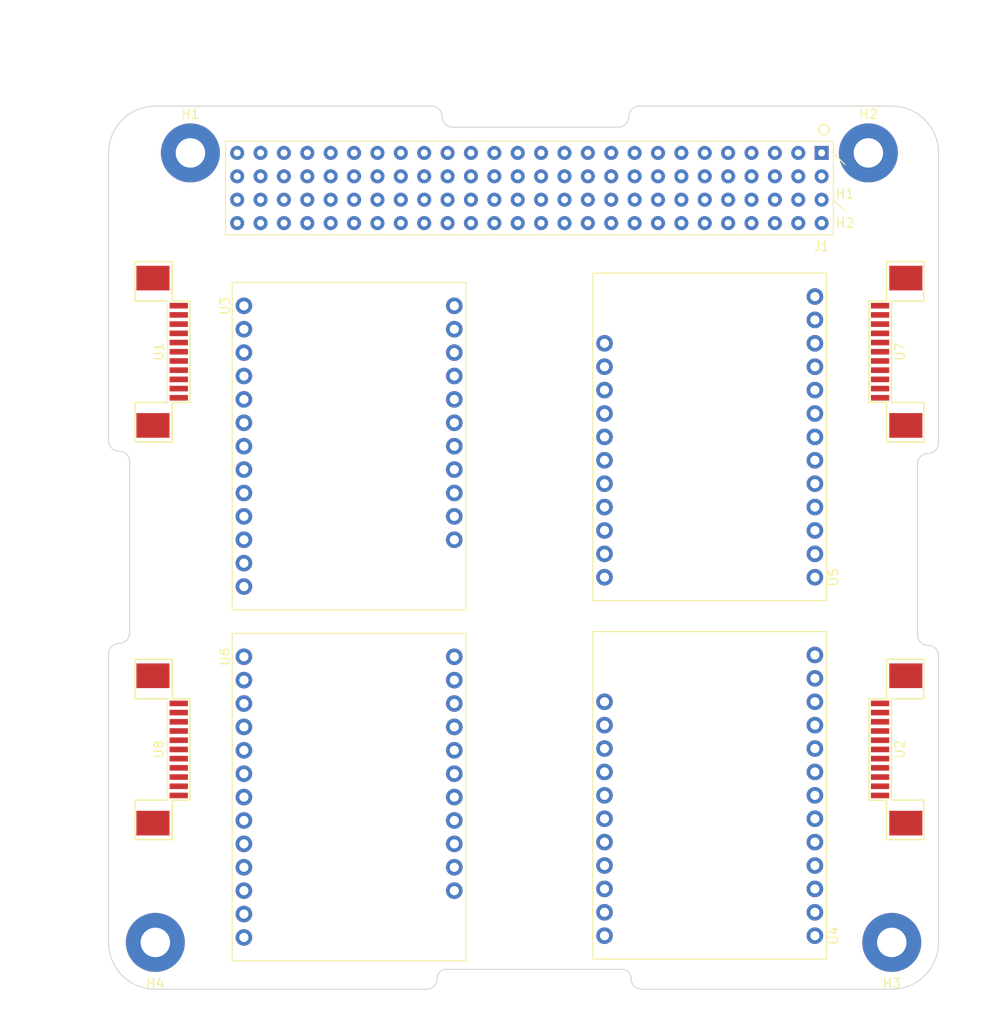
<source format=kicad_pcb>
(kicad_pcb (version 20211014) (generator pcbnew)
  (layers (0 "F.Cu" signal) (1 "In1.Cu" signal) (2 "In2.Cu" signal) (31 "B.Cu" signal) (34 "B.Paste" user) (35 "F.Paste" user) (36 "B.SilkS" user "B.Silkscreen") (37 "F.SilkS" user "F.Silkscreen") (38 "B.Mask" user) (39 "F.Mask" user) (44 "Edge.Cuts" user))
  (net 0 "")
  (net 14 "Enable(S1)")
  (net 15 "Enable(S2)")
  (net 16 "Enable(S3)")
  (net 17 "Enable(S4)")
  (net 18 "Direction(S1)")
  (net 19 "Direction(S2)")
  (net 20 "Direction(S3)")
  (net 21 "Direction(S4)")
  (net 22 "PWM-SetValue(S1)")
  (net 23 "PWM-SetValue(S2)")
  (net 24 "PWM-SetValue(S3)")
  (net 25 "PWM-SetValue(S4)")
  (net 26 "ACA(S1)")
  (net 27 "ACA(S2)")
  (net 28 "ACA(S3)")
  (net 29 "ACA(S4)")
  (net 31 "ASA(S1)")
  (net 32 "ASA(S2)")
  (net 33 "ASA(S3)")
  (net 34 "ASA(S4)")
  (net 35 "RampControl(S1)")
  (net 36 "RampControl(S2)")
  (net 37 "RampControl(S3)")
  (net 38 "RampControl(S4)")
  (net 55 "GND")
  (net 59 "Net-(J1-Pad75)")
  (net 61 "5V")
  (net 62 "3V3")
  (net 96 "Net-(U6-Pad1)")
  (net 97 "Net-(U6-Pad2)")
  (net 98 "Net-(U6-Pad3)")
  (net 99 "Net-(U6-Pad8)")
  (net 100 "Net-(U6-Pad7)")
  (net 101 "Net-(U6-Pad9)")
  (net 102 "Net-(U6-Pad6)")
  (net 103 "Net-(U5-Pad1)")
  (net 104 "Net-(U5-Pad2)")
  (net 105 "Net-(U5-Pad3)")
  (net 106 "Net-(U5-Pad8)")
  (net 107 "Net-(U5-Pad7)")
  (net 108 "Net-(U5-Pad9)")
  (net 109 "Net-(U5-Pad6)")
  (net 110 "Net-(U2-Pad10)")
  (net 111 "Net-(U2-Pad8)")
  (net 112 "Net-(U2-Pad6)")
  (net 113 "Net-(U2-Pad4)")
  (net 114 "Net-(U2-Pad3)")
  (net 115 "Net-(U2-Pad2)")
  (net 116 "Net-(U2-Pad1)")
  (net 117 "Net-(U1-Pad10)")
  (net 118 "Net-(U1-Pad8)")
  (net 119 "Net-(U1-Pad6)")
  (net 120 "Net-(U1-Pad4)")
  (net 121 "Net-(U1-Pad3)")
  (net 122 "Net-(U1-Pad2)")
  (net 123 "Net-(U1-Pad1)")
  (footprint "Footprints_QSAT:Escon24.2" (layer "F.Cu") (at 188.5 139.605 -90)
    (fp_text reference "U4" (at -2.54 0.5 90) (layer "F.SilkS"))
    (fp_text value "Controller 2")
    (fp_line (start -35.56 26.67) (end -35.56 1.27) (layer "F.SilkS") (width 0.12))
    (fp_line (start 0 26.67) (end -35.56 26.67) (layer "F.SilkS") (width 0.12))
    (fp_line (start 0 1.27) (end 0 26.67) (layer "F.SilkS") (width 0.12))
    (fp_line (start -35.56 1.27) (end 0 1.27) (layer "F.SilkS") (width 0.12))
    (pad "1" thru_hole circle locked (at -2.54 2.54 270) (size 1.8 1.8) (drill 1) (layers *.Cu *.Mask) (net 110 "Net-(U2-Pad10)"))
    (pad "2" thru_hole circle locked (at -5.08 2.54 270) (size 1.8 1.8) (drill 1) (layers *.Cu *.Mask) (net 111 "Net-(U2-Pad8)"))
    (pad "3" thru_hole circle locked (at -7.62 2.54 270) (size 1.8 1.8) (drill 1) (layers *.Cu *.Mask) (net 112 "Net-(U2-Pad6)"))
    (pad "4" thru_hole circle locked (at -10.16 2.54 270) (size 1.8 1.8) (drill 1) (layers *.Cu *.Mask) (net 59 "Net-(J1-Pad75)"))
    (pad "5" thru_hole circle locked (at -12.7 2.54 270) (size 1.8 1.8) (drill 1) (layers *.Cu *.Mask) (net 55 "GND"))
    (pad "6" thru_hole circle locked (at -15.24 2.54 270) (size 1.8 1.8) (drill 1) (layers *.Cu *.Mask) (net 116 "Net-(U2-Pad1)"))
    (pad "7" thru_hole circle locked (at -17.78 2.54 270) (size 1.8 1.8) (drill 1) (layers *.Cu *.Mask) (net 114 "Net-(U2-Pad3)"))
    (pad "8" thru_hole circle locked (at -20.32 2.54 270) (size 1.8 1.8) (drill 1) (layers *.Cu *.Mask) (net 113 "Net-(U2-Pad4)"))
    (pad "9" thru_hole circle locked (at -22.86 2.54 270) (size 1.8 1.8) (drill 1) (layers *.Cu *.Mask) (net 115 "Net-(U2-Pad2)"))
    (pad "10" thru_hole circle locked (at -25.4 2.54 270) (size 1.8 1.8) (drill 1) (layers *.Cu *.Mask))
    (pad "11" thru_hole circle locked (at -27.94 2.54 270) (size 1.8 1.8) (drill 1) (layers *.Cu *.Mask))
    (pad "12" thru_hole circle locked (at -30.48 2.54 270) (size 1.8 1.8) (drill 1) (layers *.Cu *.Mask))
    (pad "13" thru_hole circle locked (at -33.02 2.54 270) (size 1.8 1.8) (drill 1) (layers *.Cu *.Mask))
    (pad "14" thru_hole circle locked (at -27.94 25.4 270) (size 1.8 1.8) (drill 1) (layers *.Cu *.Mask) (net 15 "Enable(S2)"))
    (pad "15" thru_hole circle locked (at -25.4 25.4 270) (size 1.8 1.8) (drill 1) (layers *.Cu *.Mask))
    (pad "16" thru_hole circle locked (at -22.86 25.4 270) (size 1.8 1.8) (drill 1) (layers *.Cu *.Mask) (net 19 "Direction(S2)"))
    (pad "17" thru_hole circle locked (at -20.32 25.4 270) (size 1.8 1.8) (drill 1) (layers *.Cu *.Mask) (net 23 "PWM-SetValue(S2)"))
    (pad "18" thru_hole circle locked (at -17.78 25.4 270) (size 1.8 1.8) (drill 1) (layers *.Cu *.Mask) (net 55 "GND"))
    (pad "19" thru_hole circle locked (at -15.24 25.4 270) (size 1.8 1.8) (drill 1) (layers *.Cu *.Mask) (net 27 "ACA(S2)"))
    (pad "20" thru_hole circle locked (at -12.7 25.4 270) (size 1.8 1.8) (drill 1) (layers *.Cu *.Mask) (net 32 "ASA(S2)"))
    (pad "21" thru_hole circle locked (at -10.16 25.4 270) (size 1.8 1.8) (drill 1) (layers *.Cu *.Mask) (net 55 "GND"))
    (pad "22" thru_hole circle locked (at -7.62 25.4 270) (size 1.8 1.8) (drill 1) (layers *.Cu *.Mask))
    (pad "23" thru_hole circle locked (at -5.08 25.4 270) (size 1.8 1.8) (drill 1) (layers *.Cu *.Mask) (net 55 "GND"))
    (pad "24" thru_hole circle locked (at -2.54 25.4 270) (size 1.8 1.8) (drill 1) (layers *.Cu *.Mask))
  )
  (footprint "MountingHole:MountingHole_3.2mm_M3_Pad_TopBottom" (layer "F.Cu") (at 191.77 52.07)
    (fp_text reference "H2" (at 0 -4.2) (layer "F.SilkS"))
    (fp_text value "MountingHole_Pad")
    (pad "1" connect circle locked (at 0 0) (size 6.4 6.4) (layers "B.Cu" "B.Mask"))
    (pad "1" connect circle locked (at 0 0) (size 6.4 6.4) (layers "F.Cu" "F.Mask"))
    (pad "1" thru_hole circle locked (at 0 0) (size 3.6 3.6) (drill 3.2) (layers *.Cu *.Mask))
  )
  (footprint "MountingHole:MountingHole_3.2mm_M3_Pad_TopBottom" (layer "F.Cu") (at 118.11 52.07)
    (fp_text reference "H1" (at 0 -4.2) (layer "F.SilkS"))
    (fp_text value "MountingHole_Pad")
    (pad "1" thru_hole circle locked (at 0 0) (size 3.6 3.6) (drill 3.2) (layers *.Cu *.Mask))
    (pad "1" connect circle locked (at 0 0) (size 6.4 6.4) (layers "F.Cu" "F.Mask"))
    (pad "1" connect circle locked (at 0 0) (size 6.4 6.4) (layers "B.Cu" "B.Mask"))
  )
  (footprint "Footprints_QSAT:FPC_11_SAT_1-84953-1" (layer "F.Cu") (at 116.84 73.66 -90)
    (fp_text reference "U1" (at 0 2.15 90) (layer "F.SilkS"))
    (fp_text value "Conn_1")
    (fp_line (start -5.5 4.75) (end -9.79 4.75) (layer "F.SilkS") (width 0.15))
    (fp_line (start 5.5 0.7) (end 5.5 -1.225) (layer "F.SilkS") (width 0.15))
    (fp_line (start 9.79 0.7) (end 5.5 0.7) (layer "F.SilkS") (width 0.15))
    (fp_line (start -9.79 0.7) (end -5.5 0.7) (layer "F.SilkS") (width 0.15))
    (fp_line (start -5.5 1.225) (end -5.5 4.75) (layer "F.SilkS") (width 0.15))
    (fp_line (start -9.79 4.75) (end -9.79 0.7) (layer "F.SilkS") (width 0.15))
    (fp_line (start -5.5 -1.225) (end 5.5 -1.225) (layer "F.SilkS") (width 0.15))
    (fp_line (start 9.79 4.75) (end 9.79 0.7) (layer "F.SilkS") (width 0.15))
    (fp_line (start 5.5 4.75) (end 9.79 4.75) (layer "F.SilkS") (width 0.15))
    (fp_line (start -5.5 1.225) (end 5.5 1.225) (layer "F.SilkS") (width 0.15))
    (fp_line (start -5.5 0.7) (end -5.5 -1.225) (layer "F.SilkS") (width 0.15))
    (fp_line (start 5.5 1.225) (end 5.5 4.75) (layer "F.SilkS") (width 0.15))
    (pad "0" smd rect locked (at 8 2.8 270) (size 2.68 3.6) (layers "F.Cu" "F.Paste" "F.Mask"))
    (pad "0" smd rect locked (at -8 2.8 270) (size 2.68 3.6) (layers "F.Cu" "F.Paste" "F.Mask"))
    (pad "1" smd rect locked (at 5 0 270) (size 0.61 2) (layers "F.Cu" "F.Paste" "F.Mask") (net 123 "Net-(U1-Pad1)"))
    (pad "2" smd rect locked (at 4 0 270) (size 0.61 2) (layers "F.Cu" "F.Paste" "F.Mask") (net 122 "Net-(U1-Pad2)"))
    (pad "3" smd rect locked (at 3 0 270) (size 0.61 2) (layers "F.Cu" "F.Paste" "F.Mask") (net 121 "Net-(U1-Pad3)"))
    (pad "4" smd rect locked (at 2 0 270) (size 0.61 2) (layers "F.Cu" "F.Paste" "F.Mask") (net 120 "Net-(U1-Pad4)"))
    (pad "5" smd rect locked (at 1 0 270) (size 0.61 2) (layers "F.Cu" "F.Paste" "F.Mask") (net 55 "GND"))
    (pad "6" smd rect locked (at 0 0 270) (size 0.61 2) (layers "F.Cu" "F.Paste" "F.Mask") (net 119 "Net-(U1-Pad6)"))
    (pad "7" smd rect locked (at -1 0 270) (size 0.61 2) (layers "F.Cu" "F.Paste" "F.Mask") (net 119 "Net-(U1-Pad6)"))
    (pad "8" smd rect locked (at -2 0 270) (size 0.61 2) (layers "F.Cu" "F.Paste" "F.Mask") (net 118 "Net-(U1-Pad8)"))
    (pad "9" smd rect locked (at -3 0 270) (size 0.61 2) (layers "F.Cu" "F.Paste" "F.Mask") (net 118 "Net-(U1-Pad8)"))
    (pad "10" smd rect locked (at -4 0 270) (size 0.61 2) (layers "F.Cu" "F.Paste" "F.Mask") (net 117 "Net-(U1-Pad10)"))
    (pad "11" smd rect locked (at -5 0 270) (size 0.61 2) (layers "F.Cu" "F.Paste" "F.Mask") (net 117 "Net-(U1-Pad10)"))
  )
  (footprint "Footprints_QSAT:Escon24.2" (layer "F.Cu") (at 121.38 104.235 90)
    (fp_text reference "U6" (at -2.54 0.5 90) (layer "F.SilkS"))
    (fp_text value "Controller 4")
    (fp_line (start -35.56 26.67) (end -35.56 1.27) (layer "F.SilkS") (width 0.12))
    (fp_line (start -35.56 1.27) (end 0 1.27) (layer "F.SilkS") (width 0.12))
    (fp_line (start 0 1.27) (end 0 26.67) (layer "F.SilkS") (width 0.12))
    (fp_line (start 0 26.67) (end -35.56 26.67) (layer "F.SilkS") (width 0.12))
    (pad "1" thru_hole circle locked (at -2.54 2.54 90) (size 1.8 1.8) (drill 1) (layers *.Cu *.Mask) (net 96 "Net-(U6-Pad1)"))
    (pad "2" thru_hole circle locked (at -5.08 2.54 90) (size 1.8 1.8) (drill 1) (layers *.Cu *.Mask) (net 97 "Net-(U6-Pad2)"))
    (pad "3" thru_hole circle locked (at -7.62 2.54 90) (size 1.8 1.8) (drill 1) (layers *.Cu *.Mask) (net 98 "Net-(U6-Pad3)"))
    (pad "4" thru_hole circle locked (at -10.16 2.54 90) (size 1.8 1.8) (drill 1) (layers *.Cu *.Mask) (net 59 "Net-(J1-Pad75)"))
    (pad "5" thru_hole circle locked (at -12.7 2.54 90) (size 1.8 1.8) (drill 1) (layers *.Cu *.Mask) (net 55 "GND"))
    (pad "6" thru_hole circle locked (at -15.24 2.54 90) (size 1.8 1.8) (drill 1) (layers *.Cu *.Mask) (net 102 "Net-(U6-Pad6)"))
    (pad "7" thru_hole circle locked (at -17.78 2.54 90) (size 1.8 1.8) (drill 1) (layers *.Cu *.Mask) (net 100 "Net-(U6-Pad7)"))
    (pad "8" thru_hole circle locked (at -20.32 2.54 90) (size 1.8 1.8) (drill 1) (layers *.Cu *.Mask) (net 99 "Net-(U6-Pad8)"))
    (pad "9" thru_hole circle locked (at -22.86 2.54 90) (size 1.8 1.8) (drill 1) (layers *.Cu *.Mask) (net 101 "Net-(U6-Pad9)"))
    (pad "10" thru_hole circle locked (at -25.4 2.54 90) (size 1.8 1.8) (drill 1) (layers *.Cu *.Mask))
    (pad "11" thru_hole circle locked (at -27.94 2.54 90) (size 1.8 1.8) (drill 1) (layers *.Cu *.Mask))
    (pad "12" thru_hole circle locked (at -30.48 2.54 90) (size 1.8 1.8) (drill 1) (layers *.Cu *.Mask))
    (pad "13" thru_hole circle locked (at -33.02 2.54 90) (size 1.8 1.8) (drill 1) (layers *.Cu *.Mask))
    (pad "14" thru_hole circle locked (at -27.94 25.4 90) (size 1.8 1.8) (drill 1) (layers *.Cu *.Mask) (net 17 "Enable(S4)"))
    (pad "15" thru_hole circle locked (at -25.4 25.4 90) (size 1.8 1.8) (drill 1) (layers *.Cu *.Mask))
    (pad "16" thru_hole circle locked (at -22.86 25.4 90) (size 1.8 1.8) (drill 1) (layers *.Cu *.Mask) (net 21 "Direction(S4)"))
    (pad "17" thru_hole circle locked (at -20.32 25.4 90) (size 1.8 1.8) (drill 1) (layers *.Cu *.Mask) (net 25 "PWM-SetValue(S4)"))
    (pad "18" thru_hole circle locked (at -17.78 25.4 90) (size 1.8 1.8) (drill 1) (layers *.Cu *.Mask) (net 55 "GND"))
    (pad "19" thru_hole circle locked (at -15.24 25.4 90) (size 1.8 1.8) (drill 1) (layers *.Cu *.Mask) (net 29 "ACA(S4)"))
    (pad "20" thru_hole circle locked (at -12.7 25.4 90) (size 1.8 1.8) (drill 1) (layers *.Cu *.Mask) (net 29 "ACA(S4)"))
    (pad "21" thru_hole circle locked (at -10.16 25.4 90) (size 1.8 1.8) (drill 1) (layers *.Cu *.Mask) (net 55 "GND"))
    (pad "22" thru_hole circle locked (at -7.62 25.4 90) (size 1.8 1.8) (drill 1) (layers *.Cu *.Mask))
    (pad "23" thru_hole circle locked (at -5.08 25.4 90) (size 1.8 1.8) (drill 1) (layers *.Cu *.Mask) (net 55 "GND"))
    (pad "24" thru_hole circle locked (at -2.54 25.4 90) (size 1.8 1.8) (drill 1) (layers *.Cu *.Mask))
  )
  (footprint "MountingHole:MountingHole_3.2mm_M3_Pad_TopBottom" (layer "F.Cu") (at 114.3 137.795)
    (fp_text reference "H4" (at 0 4.445) (layer "F.SilkS"))
    (fp_text value "MountingHole_Pad")
    (pad "1" connect circle locked (at 0 0) (size 6.4 6.4) (layers "F.Cu" "F.Mask"))
    (pad "1" connect circle locked (at 0 0) (size 6.4 6.4) (layers "B.Cu" "B.Mask"))
    (pad "1" thru_hole circle locked (at 0 0) (size 3.6 3.6) (drill 3.2) (layers *.Cu *.Mask))
  )
  (footprint "Footprints_QSAT:Escon24.2" (layer "F.Cu") (at 121.38 66.135 90)
    (fp_text reference "U3" (at -2.54 0.5 90) (layer "F.SilkS"))
    (fp_text value "Controller 1")
    (fp_line (start 0 1.27) (end 0 26.67) (layer "F.SilkS") (width 0.12))
    (fp_line (start -35.56 1.27) (end 0 1.27) (layer "F.SilkS") (width 0.12))
    (fp_line (start -35.56 26.67) (end -35.56 1.27) (layer "F.SilkS") (width 0.12))
    (fp_line (start 0 26.67) (end -35.56 26.67) (layer "F.SilkS") (width 0.12))
    (pad "1" thru_hole circle locked (at -2.54 2.54 90) (size 1.8 1.8) (drill 1) (layers *.Cu *.Mask) (net 117 "Net-(U1-Pad10)"))
    (pad "2" thru_hole circle locked (at -5.08 2.54 90) (size 1.8 1.8) (drill 1) (layers *.Cu *.Mask) (net 118 "Net-(U1-Pad8)"))
    (pad "3" thru_hole circle locked (at -7.62 2.54 90) (size 1.8 1.8) (drill 1) (layers *.Cu *.Mask) (net 119 "Net-(U1-Pad6)"))
    (pad "4" thru_hole circle locked (at -10.16 2.54 90) (size 1.8 1.8) (drill 1) (layers *.Cu *.Mask) (net 59 "Net-(J1-Pad75)"))
    (pad "5" thru_hole circle locked (at -12.7 2.54 90) (size 1.8 1.8) (drill 1) (layers *.Cu *.Mask) (net 55 "GND"))
    (pad "6" thru_hole circle locked (at -15.24 2.54 90) (size 1.8 1.8) (drill 1) (layers *.Cu *.Mask) (net 123 "Net-(U1-Pad1)"))
    (pad "7" thru_hole circle locked (at -17.78 2.54 90) (size 1.8 1.8) (drill 1) (layers *.Cu *.Mask) (net 121 "Net-(U1-Pad3)"))
    (pad "8" thru_hole circle locked (at -20.32 2.54 90) (size 1.8 1.8) (drill 1) (layers *.Cu *.Mask) (net 120 "Net-(U1-Pad4)"))
    (pad "9" thru_hole circle locked (at -22.86 2.54 90) (size 1.8 1.8) (drill 1) (layers *.Cu *.Mask) (net 122 "Net-(U1-Pad2)"))
    (pad "10" thru_hole circle locked (at -25.4 2.54 90) (size 1.8 1.8) (drill 1) (layers *.Cu *.Mask))
    (pad "11" thru_hole circle locked (at -27.94 2.54 90) (size 1.8 1.8) (drill 1) (layers *.Cu *.Mask))
    (pad "12" thru_hole circle locked (at -30.48 2.54 90) (size 1.8 1.8) (drill 1) (layers *.Cu *.Mask))
    (pad "13" thru_hole circle locked (at -33.02 2.54 90) (size 1.8 1.8) (drill 1) (layers *.Cu *.Mask))
    (pad "14" thru_hole circle locked (at -27.94 25.4 90) (size 1.8 1.8) (drill 1) (layers *.Cu *.Mask) (net 14 "Enable(S1)"))
    (pad "15" thru_hole circle locked (at -25.4 25.4 90) (size 1.8 1.8) (drill 1) (layers *.Cu *.Mask))
    (pad "16" thru_hole circle locked (at -22.86 25.4 90) (size 1.8 1.8) (drill 1) (layers *.Cu *.Mask) (net 18 "Direction(S1)"))
    (pad "17" thru_hole circle locked (at -20.32 25.4 90) (size 1.8 1.8) (drill 1) (layers *.Cu *.Mask) (net 22 "PWM-SetValue(S1)"))
    (pad "18" thru_hole circle locked (at -17.78 25.4 90) (size 1.8 1.8) (drill 1) (layers *.Cu *.Mask) (net 55 "GND"))
    (pad "19" thru_hole circle locked (at -15.24 25.4 90) (size 1.8 1.8) (drill 1) (layers *.Cu *.Mask) (net 26 "ACA(S1)"))
    (pad "20" thru_hole circle locked (at -12.7 25.4 90) (size 1.8 1.8) (drill 1) (layers *.Cu *.Mask) (net 31 "ASA(S1)"))
    (pad "21" thru_hole circle locked (at -10.16 25.4 90) (size 1.8 1.8) (drill 1) (layers *.Cu *.Mask) (net 55 "GND"))
    (pad "22" thru_hole circle locked (at -7.62 25.4 90) (size 1.8 1.8) (drill 1) (layers *.Cu *.Mask))
    (pad "23" thru_hole circle locked (at -5.08 25.4 90) (size 1.8 1.8) (drill 1) (layers *.Cu *.Mask) (net 55 "GND"))
    (pad "24" thru_hole circle locked (at -2.54 25.4 90) (size 1.8 1.8) (drill 1) (layers *.Cu *.Mask))
  )
  (footprint "Footprints_QSAT:FPC_11_SAT_1-84953-1" (layer "F.Cu") (at 193.04 116.84 90)
    (fp_text reference "U2" (at 0 2.15 90) (layer "F.SilkS"))
    (fp_text value "Conn_1")
    (fp_line (start -5.5 0.7) (end -5.5 -1.225) (layer "F.SilkS") (width 0.15))
    (fp_line (start -5.5 -1.225) (end 5.5 -1.225) (layer "F.SilkS") (width 0.15))
    (fp_line (start -5.5 1.225) (end -5.5 4.75) (layer "F.SilkS") (width 0.15))
    (fp_line (start 5.5 1.225) (end 5.5 4.75) (layer "F.SilkS") (width 0.15))
    (fp_line (start 5.5 4.75) (end 9.79 4.75) (layer "F.SilkS") (width 0.15))
    (fp_line (start -9.79 0.7) (end -5.5 0.7) (layer "F.SilkS") (width 0.15))
    (fp_line (start -5.5 1.225) (end 5.5 1.225) (layer "F.SilkS") (width 0.15))
    (fp_line (start 5.5 0.7) (end 5.5 -1.225) (layer "F.SilkS") (width 0.15))
    (fp_line (start 9.79 4.75) (end 9.79 0.7) (layer "F.SilkS") (width 0.15))
    (fp_line (start -9.79 4.75) (end -9.79 0.7) (layer "F.SilkS") (width 0.15))
    (fp_line (start -5.5 4.75) (end -9.79 4.75) (layer "F.SilkS") (width 0.15))
    (fp_line (start 9.79 0.7) (end 5.5 0.7) (layer "F.SilkS") (width 0.15))
    (pad "0" smd rect locked (at 8 2.8 90) (size 2.68 3.6) (layers "F.Cu" "F.Paste" "F.Mask"))
    (pad "0" smd rect locked (at -8 2.8 90) (size 2.68 3.6) (layers "F.Cu" "F.Paste" "F.Mask"))
    (pad "1" smd rect locked (at 5 0 90) (size 0.61 2) (layers "F.Cu" "F.Paste" "F.Mask") (net 116 "Net-(U2-Pad1)"))
    (pad "2" smd rect locked (at 4 0 90) (size 0.61 2) (layers "F.Cu" "F.Paste" "F.Mask") (net 115 "Net-(U2-Pad2)"))
    (pad "3" smd rect locked (at 3 0 90) (size 0.61 2) (layers "F.Cu" "F.Paste" "F.Mask") (net 114 "Net-(U2-Pad3)"))
    (pad "4" smd rect locked (at 2 0 90) (size 0.61 2) (layers "F.Cu" "F.Paste" "F.Mask") (net 113 "Net-(U2-Pad4)"))
    (pad "5" smd rect locked (at 1 0 90) (size 0.61 2) (layers "F.Cu" "F.Paste" "F.Mask") (net 55 "GND"))
    (pad "6" smd rect locked (at 0 0 90) (size 0.61 2) (layers "F.Cu" "F.Paste" "F.Mask") (net 112 "Net-(U2-Pad6)"))
    (pad "7" smd rect locked (at -1 0 90) (size 0.61 2) (layers "F.Cu" "F.Paste" "F.Mask") (net 112 "Net-(U2-Pad6)"))
    (pad "8" smd rect locked (at -2 0 90) (size 0.61 2) (layers "F.Cu" "F.Paste" "F.Mask") (net 111 "Net-(U2-Pad8)"))
    (pad "9" smd rect locked (at -3 0 90) (size 0.61 2) (layers "F.Cu" "F.Paste" "F.Mask") (net 111 "Net-(U2-Pad8)"))
    (pad "10" smd rect locked (at -4 0 90) (size 0.61 2) (layers "F.Cu" "F.Paste" "F.Mask") (net 110 "Net-(U2-Pad10)"))
    (pad "11" smd rect locked (at -5 0 90) (size 0.61 2) (layers "F.Cu" "F.Paste" "F.Mask") (net 110 "Net-(U2-Pad10)"))
  )
  (footprint "Footprints_QSAT:Escon24.2" (layer "F.Cu") (at 188.5 100.685 -90)
    (fp_text reference "U5" (at -2.54 0.5 90) (layer "F.SilkS"))
    (fp_text value "Controller 3")
    (fp_line (start -35.56 26.67) (end -35.56 1.27) (layer "F.SilkS") (width 0.12))
    (fp_line (start 0 26.67) (end -35.56 26.67) (layer "F.SilkS") (width 0.12))
    (fp_line (start -35.56 1.27) (end 0 1.27) (layer "F.SilkS") (width 0.12))
    (fp_line (start 0 1.27) (end 0 26.67) (layer "F.SilkS") (width 0.12))
    (pad "1" thru_hole circle locked (at -2.54 2.54 270) (size 1.8 1.8) (drill 1) (layers *.Cu *.Mask) (net 103 "Net-(U5-Pad1)"))
    (pad "2" thru_hole circle locked (at -5.08 2.54 270) (size 1.8 1.8) (drill 1) (layers *.Cu *.Mask) (net 104 "Net-(U5-Pad2)"))
    (pad "3" thru_hole circle locked (at -7.62 2.54 270) (size 1.8 1.8) (drill 1) (layers *.Cu *.Mask) (net 105 "Net-(U5-Pad3)"))
    (pad "4" thru_hole circle locked (at -10.16 2.54 270) (size 1.8 1.8) (drill 1) (layers *.Cu *.Mask) (net 59 "Net-(J1-Pad75)"))
    (pad "5" thru_hole circle locked (at -12.7 2.54 270) (size 1.8 1.8) (drill 1) (layers *.Cu *.Mask) (net 55 "GND"))
    (pad "6" thru_hole circle locked (at -15.24 2.54 270) (size 1.8 1.8) (drill 1) (layers *.Cu *.Mask) (net 109 "Net-(U5-Pad6)"))
    (pad "7" thru_hole circle locked (at -17.78 2.54 270) (size 1.8 1.8) (drill 1) (layers *.Cu *.Mask) (net 107 "Net-(U5-Pad7)"))
    (pad "8" thru_hole circle locked (at -20.32 2.54 270) (size 1.8 1.8) (drill 1) (layers *.Cu *.Mask) (net 106 "Net-(U5-Pad8)"))
    (pad "9" thru_hole circle locked (at -22.86 2.54 270) (size 1.8 1.8) (drill 1) (layers *.Cu *.Mask) (net 108 "Net-(U5-Pad9)"))
    (pad "10" thru_hole circle locked (at -25.4 2.54 270) (size 1.8 1.8) (drill 1) (layers *.Cu *.Mask))
    (pad "11" thru_hole circle locked (at -27.94 2.54 270) (size 1.8 1.8) (drill 1) (layers *.Cu *.Mask))
    (pad "12" thru_hole circle locked (at -30.48 2.54 270) (size 1.8 1.8) (drill 1) (layers *.Cu *.Mask))
    (pad "13" thru_hole circle locked (at -33.02 2.54 270) (size 1.8 1.8) (drill 1) (layers *.Cu *.Mask))
    (pad "14" thru_hole circle locked (at -27.94 25.4 270) (size 1.8 1.8) (drill 1) (layers *.Cu *.Mask) (net 16 "Enable(S3)"))
    (pad "15" thru_hole circle locked (at -25.4 25.4 270) (size 1.8 1.8) (drill 1) (layers *.Cu *.Mask))
    (pad "16" thru_hole circle locked (at -22.86 25.4 270) (size 1.8 1.8) (drill 1) (layers *.Cu *.Mask) (net 20 "Direction(S3)"))
    (pad "17" thru_hole circle locked (at -20.32 25.4 270) (size 1.8 1.8) (drill 1) (layers *.Cu *.Mask) (net 24 "PWM-SetValue(S3)"))
    (pad "18" thru_hole circle locked (at -17.78 25.4 270) (size 1.8 1.8) (drill 1) (layers *.Cu *.Mask) (net 55 "GND"))
    (pad "19" thru_hole circle locked (at -15.24 25.4 270) (size 1.8 1.8) (drill 1) (layers *.Cu *.Mask) (net 28 "ACA(S3)"))
    (pad "20" thru_hole circle locked (at -12.7 25.4 270) (size 1.8 1.8) (drill 1) (layers *.Cu *.Mask) (net 33 "ASA(S3)"))
    (pad "21" thru_hole circle locked (at -10.16 25.4 270) (size 1.8 1.8) (drill 1) (layers *.Cu *.Mask) (net 55 "GND"))
    (pad "22" thru_hole circle locked (at -7.62 25.4 270) (size 1.8 1.8) (drill 1) (layers *.Cu *.Mask))
    (pad "23" thru_hole circle locked (at -5.08 25.4 270) (size 1.8 1.8) (drill 1) (layers *.Cu *.Mask) (net 55 "GND"))
    (pad "24" thru_hole circle locked (at -2.54 25.4 270) (size 1.8 1.8) (drill 1) (layers *.Cu *.Mask))
  )
  (footprint "Footprints_QSAT:FPC_11_SAT_1-84953-1" (layer "F.Cu") (at 116.84 116.84 -90)
    (fp_text reference "U8" (at 0 2.15 90) (layer "F.SilkS"))
    (fp_text value "Conn_1")
    (fp_line (start -5.5 0.7) (end -5.5 -1.225) (layer "F.SilkS") (width 0.15))
    (fp_line (start -5.5 -1.225) (end 5.5 -1.225) (layer "F.SilkS") (width 0.15))
    (fp_line (start 5.5 0.7) (end 5.5 -1.225) (layer "F.SilkS") (width 0.15))
    (fp_line (start -5.5 1.225) (end 5.5 1.225) (layer "F.SilkS") (width 0.15))
    (fp_line (start -9.79 0.7) (end -5.5 0.7) (layer "F.SilkS") (width 0.15))
    (fp_line (start -5.5 4.75) (end -9.79 4.75) (layer "F.SilkS") (width 0.15))
    (fp_line (start -9.79 4.75) (end -9.79 0.7) (layer "F.SilkS") (width 0.15))
    (fp_line (start 9.79 4.75) (end 9.79 0.7) (layer "F.SilkS") (width 0.15))
    (fp_line (start 5.5 1.225) (end 5.5 4.75) (layer "F.SilkS") (width 0.15))
    (fp_line (start -5.5 1.225) (end -5.5 4.75) (layer "F.SilkS") (width 0.15))
    (fp_line (start 5.5 4.75) (end 9.79 4.75) (layer "F.SilkS") (width 0.15))
    (fp_line (start 9.79 0.7) (end 5.5 0.7) (layer "F.SilkS") (width 0.15))
    (pad "0" smd rect locked (at -8 2.8 270) (size 2.68 3.6) (layers "F.Cu" "F.Paste" "F.Mask"))
    (pad "0" smd rect locked (at 8 2.8 270) (size 2.68 3.6) (layers "F.Cu" "F.Paste" "F.Mask"))
    (pad "1" smd rect locked (at 5 0 270) (size 0.61 2) (layers "F.Cu" "F.Paste" "F.Mask") (net 102 "Net-(U6-Pad6)"))
    (pad "2" smd rect locked (at 4 0 270) (size 0.61 2) (layers "F.Cu" "F.Paste" "F.Mask") (net 101 "Net-(U6-Pad9)"))
    (pad "3" smd rect locked (at 3 0 270) (size 0.61 2) (layers "F.Cu" "F.Paste" "F.Mask") (net 100 "Net-(U6-Pad7)"))
    (pad "4" smd rect locked (at 2 0 270) (size 0.61 2) (layers "F.Cu" "F.Paste" "F.Mask") (net 99 "Net-(U6-Pad8)"))
    (pad "5" smd rect locked (at 1 0 270) (size 0.61 2) (layers "F.Cu" "F.Paste" "F.Mask") (net 55 "GND"))
    (pad "6" smd rect locked (at 0 0 270) (size 0.61 2) (layers "F.Cu" "F.Paste" "F.Mask") (net 98 "Net-(U6-Pad3)"))
    (pad "7" smd rect locked (at -1 0 270) (size 0.61 2) (layers "F.Cu" "F.Paste" "F.Mask") (net 98 "Net-(U6-Pad3)"))
    (pad "8" smd rect locked (at -2 0 270) (size 0.61 2) (layers "F.Cu" "F.Paste" "F.Mask") (net 97 "Net-(U6-Pad2)"))
    (pad "9" smd rect locked (at -3 0 270) (size 0.61 2) (layers "F.Cu" "F.Paste" "F.Mask") (net 97 "Net-(U6-Pad2)"))
    (pad "10" smd rect locked (at -4 0 270) (size 0.61 2) (layers "F.Cu" "F.Paste" "F.Mask") (net 96 "Net-(U6-Pad1)"))
    (pad "11" smd rect locked (at -5 0 270) (size 0.61 2) (layers "F.Cu" "F.Paste" "F.Mask") (net 96 "Net-(U6-Pad1)"))
  )
  (footprint "pc104-connector:pc104-connector" (layer "F.Cu") (at 156.21 54.61 -90)
    (fp_text reference "J1" (at 7.62 -30.48 unlocked) (layer "F.SilkS"))
    (fp_text value "PC104_Connector")
    (fp_text user "H2" (at 5.08 -33.02 unlocked) (layer "F.SilkS"))
    (fp_text user "H1" (at 1.905 -33.02 unlocked) (layer "F.SilkS"))
    (fp_line (start 6.35 -31.75) (end -3.81 -31.75) (layer "F.SilkS") (width 0.12))
    (fp_line (start 6.35 34.29) (end 6.35 -31.75) (layer "F.SilkS") (width 0.12))
    (fp_line (start 2.54 -31.75) (end 3.81 -33.02) (layer "F.SilkS") (width 0.12))
    (fp_line (start -3.81 -31.75) (end -3.81 34.29) (layer "F.SilkS") (width 0.12))
    (fp_line (start -3.81 34.29) (end 6.35 34.29) (layer "F.SilkS") (width 0.12))
    (fp_line (start -2.54 -31.75) (end -1.27 -33.02) (layer "F.SilkS") (width 0.12))
    (pad "1" thru_hole rect locked (at -2.54 -30.48 270) (size 1.524 1.524) (drill 0.762) (layers *.Cu *.Mask))
    (pad "2" thru_hole circle locked (at 0 -30.48 270) (size 1.524 1.524) (drill 0.762) (layers *.Cu *.Mask))
    (pad "3" thru_hole circle locked (at -2.54 -27.94 270) (size 1.524 1.524) (drill 0.762) (layers *.Cu *.Mask))
    (pad "4" thru_hole circle locked (at 0 -27.94 270) (size 1.524 1.524) (drill 0.762) (layers *.Cu *.Mask))
    (pad "5" thru_hole circle locked (at -2.54 -25.4 270) (size 1.524 1.524) (drill 0.762) (layers *.Cu *.Mask))
    (pad "6" thru_hole circle locked (at 0 -25.4 270) (size 1.524 1.524) (drill 0.762) (layers *.Cu *.Mask))
    (pad "7" thru_hole circle locked (at -2.54 -22.86 270) (size 1.524 1.524) (drill 0.762) (layers *.Cu *.Mask))
    (pad "8" thru_hole circle locked (at 0 -22.86 270) (size 1.524 1.524) (drill 0.762) (layers *.Cu *.Mask))
    (pad "9" thru_hole circle locked (at -2.54 -20.32 270) (size 1.524 1.524) (drill 0.762) (layers *.Cu *.Mask))
    (pad "10" thru_hole circle locked (at 0 -20.32 270) (size 1.524 1.524) (drill 0.762) (layers *.Cu *.Mask))
    (pad "11" thru_hole circle locked (at -2.54 -17.78 270) (size 1.524 1.524) (drill 0.762) (layers *.Cu *.Mask))
    (pad "12" thru_hole circle locked (at 0 -17.78 270) (size 1.524 1.524) (drill 0.762) (layers *.Cu *.Mask))
    (pad "13" thru_hole circle locked (at -2.54 -15.24 270) (size 1.524 1.524) (drill 0.762) (layers *.Cu *.Mask))
    (pad "14" thru_hole circle locked (at 0 -15.24 270) (size 1.524 1.524) (drill 0.762) (layers *.Cu *.Mask))
    (pad "15" thru_hole circle locked (at -2.54 -12.7 270) (size 1.524 1.524) (drill 0.762) (layers *.Cu *.Mask))
    (pad "16" thru_hole circle locked (at 0 -12.7 270) (size 1.524 1.524) (drill 0.762) (layers *.Cu *.Mask) (net 14 "Enable(S1)"))
    (pad "17" thru_hole circle locked (at -2.54 -10.16 270) (size 1.524 1.524) (drill 0.762) (layers *.Cu *.Mask) (net 15 "Enable(S2)"))
    (pad "18" thru_hole circle locked (at 0 -10.16 270) (size 1.524 1.524) (drill 0.762) (layers *.Cu *.Mask) (net 16 "Enable(S3)"))
    (pad "19" thru_hole circle locked (at -2.54 -7.62 270) (size 1.524 1.524) (drill 0.762) (layers *.Cu *.Mask) (net 17 "Enable(S4)"))
    (pad "20" thru_hole circle locked (at 0 -7.62 270) (size 1.524 1.524) (drill 0.762) (layers *.Cu *.Mask) (net 18 "Direction(S1)"))
    (pad "21" thru_hole circle locked (at -2.54 -5.08 270) (size 1.524 1.524) (drill 0.762) (layers *.Cu *.Mask) (net 19 "Direction(S2)"))
    (pad "22" thru_hole circle locked (at 0 -5.08 270) (size 1.524 1.524) (drill 0.762) (layers *.Cu *.Mask) (net 20 "Direction(S3)"))
    (pad "23" thru_hole circle locked (at -2.54 -2.54 270) (size 1.524 1.524) (drill 0.762) (layers *.Cu *.Mask) (net 21 "Direction(S4)"))
    (pad "24" thru_hole circle locked (at 0 -2.54 270) (size 1.524 1.524) (drill 0.762) (layers *.Cu *.Mask) (net 22 "PWM-SetValue(S1)"))
    (pad "25" thru_hole circle locked (at -2.54 0 270) (size 1.524 1.524) (drill 0.762) (layers *.Cu *.Mask) (net 23 "PWM-SetValue(S2)"))
    (pad "26" thru_hole circle locked (at 0 0 270) (size 1.524 1.524) (drill 0.762) (layers *.Cu *.Mask) (net 24 "PWM-SetValue(S3)"))
    (pad "27" thru_hole circle locked (at -2.54 2.54 270) (size 1.524 1.524) (drill 0.762) (layers *.Cu *.Mask) (net 25 "PWM-SetValue(S4)"))
    (pad "28" thru_hole circle locked (at 0 2.54 270) (size 1.524 1.524) (drill 0.762) (layers *.Cu *.Mask) (net 26 "ACA(S1)"))
    (pad "29" thru_hole circle locked (at -2.54 5.08 270) (size 1.524 1.524) (drill 0.762) (layers *.Cu *.Mask) (net 27 "ACA(S2)"))
    (pad "30" thru_hole circle locked (at 0 5.08 270) (size 1.524 1.524) (drill 0.762) (layers *.Cu *.Mask) (net 28 "ACA(S3)"))
    (pad "31" thru_hole circle locked (at -2.54 7.62 270) (size 1.524 1.524) (drill 0.762) (layers *.Cu *.Mask) (net 29 "ACA(S4)"))
    (pad "32" thru_hole circle locked (at 0 7.62 270) (size 1.524 1.524) (drill 0.762) (layers *.Cu *.Mask))
    (pad "33" thru_hole circle locked (at -2.54 10.16 270) (size 1.524 1.524) (drill 0.762) (layers *.Cu *.Mask) (net 31 "ASA(S1)"))
    (pad "34" thru_hole circle locked (at 0 10.16 270) (size 1.524 1.524) (drill 0.762) (layers *.Cu *.Mask) (net 32 "ASA(S2)"))
    (pad "35" thru_hole circle locked (at -2.54 12.7 270) (size 1.524 1.524) (drill 0.762) (layers *.Cu *.Mask) (net 33 "ASA(S3)"))
    (pad "36" thru_hole circle locked (at 0 12.7 270) (size 1.524 1.524) (drill 0.762) (layers *.Cu *.Mask) (net 34 "ASA(S4)"))
    (pad "37" thru_hole circle locked (at -2.54 15.24 270) (size 1.524 1.524) (drill 0.762) (layers *.Cu *.Mask) (net 35 "RampControl(S1)"))
    (pad "38" thru_hole circle locked (at 0 15.24 270) (size 1.524 1.524) (drill 0.762) (layers *.Cu *.Mask) (net 36 "RampControl(S2)"))
    (pad "39" thru_hole circle locked (at -2.54 17.78 270) (size 1.524 1.524) (drill 0.762) (layers *.Cu *.Mask) (net 37 "RampControl(S3)"))
    (pad "40" thru_hole circle locked (at 0 17.78 270) (size 1.524 1.524) (drill 0.762) (layers *.Cu *.Mask) (net 38 "RampControl(S4)"))
    (pad "41" thru_hole circle locked (at -2.54 20.32 270) (size 1.524 1.524) (drill 0.762) (layers *.Cu *.Mask))
    (pad "42" thru_hole circle locked (at 0 20.32 270) (size 1.524 1.524) (drill 0.762) (layers *.Cu *.Mask))
    (pad "43" thru_hole circle locked (at -2.54 22.86 270) (size 1.524 1.524) (drill 0.762) (layers *.Cu *.Mask))
    (pad "44" thru_hole circle locked (at 0 22.86 270) (size 1.524 1.524) (drill 0.762) (layers *.Cu *.Mask))
    (pad "45" thru_hole circle locked (at -2.54 25.4 270) (size 1.524 1.524) (drill 0.762) (layers *.Cu *.Mask))
    (pad "46" thru_hole circle locked (at 0 25.4 270) (size 1.524 1.524) (drill 0.762) (layers *.Cu *.Mask))
    (pad "47" thru_hole circle locked (at -2.54 27.94 270) (size 1.524 1.524) (drill 0.762) (layers *.Cu *.Mask))
    (pad "48" thru_hole circle locked (at 0 27.94 270) (size 1.524 1.524) (drill 0.762) (layers *.Cu *.Mask))
    (pad "49" thru_hole circle locked (at -2.54 30.48 270) (size 1.524 1.524) (drill 0.762) (layers *.Cu *.Mask))
    (pad "50" thru_hole circle locked (at 0 30.48 270) (size 1.524 1.524) (drill 0.762) (layers *.Cu *.Mask))
    (pad "51" thru_hole circle locked (at -2.54 33.02 270) (size 1.524 1.524) (drill 0.762) (layers *.Cu *.Mask))
    (pad "52" thru_hole circle locked (at 0 33.02 270) (size 1.524 1.524) (drill 0.762) (layers *.Cu *.Mask))
    (pad "53" thru_hole circle locked (at 2.54 -30.48 270) (size 1.524 1.524) (drill 0.762) (layers *.Cu *.Mask))
    (pad "54" thru_hole circle locked (at 5.08 -30.48 270) (size 1.524 1.524) (drill 0.762) (layers *.Cu *.Mask))
    (pad "55" thru_hole circle locked (at 2.54 -27.94 270) (size 1.524 1.524) (drill 0.762) (layers *.Cu *.Mask))
    (pad "56" thru_hole circle locked (at 5.08 -27.94 270) (size 1.524 1.524) (drill 0.762) (layers *.Cu *.Mask))
    (pad "57" thru_hole circle locked (at 2.54 -25.4 270) (size 1.524 1.524) (drill 0.762) (layers *.Cu *.Mask))
    (pad "58" thru_hole circle locked (at 5.08 -25.4 270) (size 1.524 1.524) (drill 0.762) (layers *.Cu *.Mask))
    (pad "59" thru_hole circle locked (at 2.54 -22.86 270) (size 1.524 1.524) (drill 0.762) (layers *.Cu *.Mask))
    (pad "60" thru_hole circle locked (at 5.08 -22.86 270) (size 1.524 1.524) (drill 0.762) (layers *.Cu *.Mask))
    (pad "61" thru_hole circle locked (at 2.54 -20.32 270) (size 1.524 1.524) (drill 0.762) (layers *.Cu *.Mask) (net 55 "GND"))
    (pad "62" thru_hole circle locked (at 5.08 -20.32 270) (size 1.524 1.524) (drill 0.762) (layers *.Cu *.Mask))
    (pad "63" thru_hole circle locked (at 2.54 -17.78 270) (size 1.524 1.524) (drill 0.762) (layers *.Cu *.Mask))
    (pad "64" thru_hole circle locked (at 5.08 -17.78 270) (size 1.524 1.524) (drill 0.762) (layers *.Cu *.Mask))
    (pad "65" thru_hole circle locked (at 2.54 -15.24 270) (size 1.524 1.524) (drill 0.762) (layers *.Cu *.Mask))
    (pad "66" thru_hole circle locked (at 5.08 -15.24 270) (size 1.524 1.524) (drill 0.762) (layers *.Cu *.Mask) (net 55 "GND"))
    (pad "67" thru_hole circle locked (at 2.54 -12.7 270) (size 1.524 1.524) (drill 0.762) (layers *.Cu *.Mask))
    (pad "68" thru_hole circle locked (at 5.08 -12.7 270) (size 1.524 1.524) (drill 0.762) (layers *.Cu *.Mask))
    (pad "69" thru_hole circle locked (at 2.54 -10.16 270) (size 1.524 1.524) (drill 0.762) (layers *.Cu *.Mask) (net 55 "GND"))
    (pad "70" thru_hole circle locked (at 5.08 -10.16 270) (size 1.524 1.524) (drill 0.762) (layers *.Cu *.Mask))
    (pad "71" thru_hole circle locked (at 2.54 -7.62 270) (size 1.524 1.524) (drill 0.762) (layers *.Cu *.Mask))
    (pad "72" thru_hole circle locked (at 5.08 -7.62 270) (size 1.524 1.524) (drill 0.762) (layers *.Cu *.Mask))
    (pad "73" thru_hole circle locked (at 2.54 -5.08 270) (size 1.524 1.524) (drill 0.762) (layers *.Cu *.Mask) (net 55 "GND"))
    (pad "74" thru_hole circle locked (at 5.08 -5.08 270) (size 1.524 1.524) (drill 0.762) (layers *.Cu *.Mask) (net 55 "GND"))
    (pad "75" thru_hole circle locked (at 2.54 -2.54 270) (size 1.524 1.524) (drill 0.762) (layers *.Cu *.Mask) (net 59 "Net-(J1-Pad75)"))
    (pad "76" thru_hole circle locked (at 5.08 -2.54 270) (size 1.524 1.524) (drill 0.762) (layers *.Cu *.Mask))
    (pad "77" thru_hole circle locked (at 2.54 0 270) (size 1.524 1.524) (drill 0.762) (layers *.Cu *.Mask))
    (pad "78" thru_hole circle locked (at 5.08 0 270) (size 1.524 1.524) (drill 0.762) (layers *.Cu *.Mask) (net 61 "5V"))
    (pad "79" thru_hole circle locked (at 2.54 2.54 270) (size 1.524 1.524) (drill 0.762) (layers *.Cu *.Mask) (net 62 "3V3"))
    (pad "80" thru_hole circle locked (at 5.08 2.54 270) (size 1.524 1.524) (drill 0.762) (layers *.Cu *.Mask))
    (pad "81" thru_hole circle locked (at 2.54 5.08 270) (size 1.524 1.524) (drill 0.762) (layers *.Cu *.Mask) (net 55 "GND"))
    (pad "82" thru_hole circle locked (at 5.08 5.08 270) (size 1.524 1.524) (drill 0.762) (layers *.Cu *.Mask) (net 55 "GND"))
    (pad "83" thru_hole circle locked (at 2.54 7.62 270) (size 1.524 1.524) (drill 0.762) (layers *.Cu *.Mask))
    (pad "84" thru_hole circle locked (at 5.08 7.62 270) (size 1.524 1.524) (drill 0.762) (layers *.Cu *.Mask) (net 55 "GND"))
    (pad "85" thru_hole circle locked (at 2.54 10.16 270) (size 1.524 1.524) (drill 0.762) (layers *.Cu *.Mask))
    (pad "86" thru_hole circle locked (at 5.08 10.16 270) (size 1.524 1.524) (drill 0.762) (layers *.Cu *.Mask))
    (pad "87" thru_hole circle locked (at 2.54 12.7 270) (size 1.524 1.524) (drill 0.762) (layers *.Cu *.Mask))
    (pad "88" thru_hole circle locked (at 5.08 12.7 270) (size 1.524 1.524) (drill 0.762) (layers *.Cu *.Mask))
    (pad "89" thru_hole circle locked (at 2.54 15.24 270) (size 1.524 1.524) (drill 0.762) (layers *.Cu *.Mask))
    (pad "90" thru_hole circle locked (at 5.08 15.24 270) (size 1.524 1.524) (drill 0.762) (layers *.Cu *.Mask))
    (pad "91" thru_hole circle locked (at 2.54 17.78 270) (size 1.524 1.524) (drill 0.762) (layers *.Cu *.Mask))
    (pad "92" thru_hole circle locked (at 5.08 17.78 270) (size 1.524 1.524) (drill 0.762) (layers *.Cu *.Mask))
    (pad "93" thru_hole circle locked (at 2.54 20.32 270) (size 1.524 1.524) (drill 0.762) (layers *.Cu *.Mask))
    (pad "94" thru_hole circle locked (at 5.08 20.32 270) (size 1.524 1.524) (drill 0.762) (layers *.Cu *.Mask))
    (pad "95" thru_hole circle locked (at 2.54 22.86 270) (size 1.524 1.524) (drill 0.762) (layers *.Cu *.Mask))
    (pad "96" thru_hole circle locked (at 5.08 22.86 270) (size 1.524 1.524) (drill 0.762) (layers *.Cu *.Mask))
    (pad "97" thru_hole circle locked (at 2.54 25.4 270) (size 1.524 1.524) (drill 0.762) (layers *.Cu *.Mask))
    (pad "98" thru_hole circle locked (at 5.08 25.4 270) (size 1.524 1.524) (drill 0.762) (layers *.Cu *.Mask))
    (pad "99" thru_hole circle locked (at 2.54 27.94 270) (size 1.524 1.524) (drill 0.762) (layers *.Cu *.Mask))
    (pad "100" thru_hole circle locked (at 5.08 27.94 270) (size 1.524 1.524) (drill 0.762) (layers *.Cu *.Mask))
    (pad "101" thru_hole circle locked (at 2.54 30.48 270) (size 1.524 1.524) (drill 0.762) (layers *.Cu *.Mask))
    (pad "102" thru_hole circle locked (at 5.08 30.48 270) (size 1.524 1.524) (drill 0.762) (layers *.Cu *.Mask))
    (pad "103" thru_hole circle locked (at 2.54 33.02 270) (size 1.524 1.524) (drill 0.762) (layers *.Cu *.Mask))
    (pad "104" thru_hole circle locked (at 5.08 33.02 270) (size 1.524 1.524) (drill 0.762) (layers *.Cu *.Mask))
  )
  (footprint "MountingHole:MountingHole_3.2mm_M3_Pad_TopBottom" (layer "F.Cu") (at 194.31 137.795)
    (fp_text reference "H3" (at 0 4.445) (layer "F.SilkS"))
    (fp_text value "MountingHole_Pad")
    (pad "1" thru_hole circle locked (at 0 0) (size 3.6 3.6) (drill 3.2) (layers *.Cu *.Mask))
    (pad "1" connect circle locked (at 0 0) (size 6.4 6.4) (layers "B.Cu" "B.Mask"))
    (pad "1" connect circle locked (at 0 0) (size 6.4 6.4) (layers "F.Cu" "F.Mask"))
  )
  (footprint "Footprints_QSAT:FPC_11_SAT_1-84953-1" (layer "F.Cu") (at 193.04 73.66 90)
    (fp_text reference "U7" (at 0 2.15 90) (layer "F.SilkS"))
    (fp_text value "Conn_1")
    (fp_line (start 9.79 4.75) (end 9.79 0.7) (layer "F.SilkS") (width 0.15))
    (fp_line (start -5.5 1.225) (end -5.5 4.75) (layer "F.SilkS") (width 0.15))
    (fp_line (start 5.5 0.7) (end 5.5 -1.225) (layer "F.SilkS") (width 0.15))
    (fp_line (start -5.5 1.225) (end 5.5 1.225) (layer "F.SilkS") (width 0.15))
    (fp_line (start -9.79 0.7) (end -5.5 0.7) (layer "F.SilkS") (width 0.15))
    (fp_line (start -5.5 0.7) (end -5.5 -1.225) (layer "F.SilkS") (width 0.15))
    (fp_line (start 9.79 0.7) (end 5.5 0.7) (layer "F.SilkS") (width 0.15))
    (fp_line (start -5.5 -1.225) (end 5.5 -1.225) (layer "F.SilkS") (width 0.15))
    (fp_line (start 5.5 4.75) (end 9.79 4.75) (layer "F.SilkS") (width 0.15))
    (fp_line (start -5.5 4.75) (end -9.79 4.75) (layer "F.SilkS") (width 0.15))
    (fp_line (start -9.79 4.75) (end -9.79 0.7) (layer "F.SilkS") (width 0.15))
    (fp_line (start 5.5 1.225) (end 5.5 4.75) (layer "F.SilkS") (width 0.15))
    (pad "0" smd rect locked (at -8 2.8 90) (size 2.68 3.6) (layers "F.Cu" "F.Paste" "F.Mask"))
    (pad "0" smd rect locked (at 8 2.8 90) (size 2.68 3.6) (layers "F.Cu" "F.Paste" "F.Mask"))
    (pad "1" smd rect locked (at 5 0 90) (size 0.61 2) (layers "F.Cu" "F.Paste" "F.Mask") (net 109 "Net-(U5-Pad6)"))
    (pad "2" smd rect locked (at 4 0 90) (size 0.61 2) (layers "F.Cu" "F.Paste" "F.Mask") (net 108 "Net-(U5-Pad9)"))
    (pad "3" smd rect locked (at 3 0 90) (size 0.61 2) (layers "F.Cu" "F.Paste" "F.Mask") (net 107 "Net-(U5-Pad7)"))
    (pad "4" smd rect locked (at 2 0 90) (size 0.61 2) (layers "F.Cu" "F.Paste" "F.Mask") (net 106 "Net-(U5-Pad8)"))
    (pad "5" smd rect locked (at 1 0 90) (size 0.61 2) (layers "F.Cu" "F.Paste" "F.Mask") (net 55 "GND"))
    (pad "6" smd rect locked (at 0 0 90) (size 0.61 2) (layers "F.Cu" "F.Paste" "F.Mask") (net 105 "Net-(U5-Pad3)"))
    (pad "7" smd rect locked (at -1 0 90) (size 0.61 2) (layers "F.Cu" "F.Paste" "F.Mask") (net 105 "Net-(U5-Pad3)"))
    (pad "8" smd rect locked (at -2 0 90) (size 0.61 2) (layers "F.Cu" "F.Paste" "F.Mask") (net 104 "Net-(U5-Pad2)"))
    (pad "9" smd rect locked (at -3 0 90) (size 0.61 2) (layers "F.Cu" "F.Paste" "F.Mask") (net 104 "Net-(U5-Pad2)"))
    (pad "10" smd rect locked (at -4 0 90) (size 0.61 2) (layers "F.Cu" "F.Paste" "F.Mask") (net 103 "Net-(U5-Pad1)"))
    (pad "11" smd rect locked (at -5 0 90) (size 0.61 2) (layers "F.Cu" "F.Paste" "F.Mask") (net 103 "Net-(U5-Pad1)"))
  )
  (gr_circle (center 186.944 49.53) (end 187.452 49.276) (layer "F.SilkS") (width 0.15) (fill none))
  (gr_arc (start 109.22 52.07) (mid 110.707898 48.477898) (end 114.3 46.99) (layer "Edge.Cuts") (width 0.1))
  (gr_arc (start 144.318223 46.99) (mid 145.126446 47.324777) (end 145.461223 48.133) (layer "Edge.Cuts") (width 0.1))
  (gr_line (start 199.39 83.566) (end 199.39 52.07) (layer "Edge.Cuts") (width 0.1))
  (gr_arc (start 110.363 84.455) (mid 111.171223 84.789777) (end 111.506 85.598) (layer "Edge.Cuts") (width 0.1))
  (gr_arc (start 109.22 106.472223) (mid 109.554777 105.664) (end 110.363 105.329223) (layer "Edge.Cuts") (width 0.1))
  (gr_line (start 146.604223 49.276) (end 164.592 49.276) (layer "Edge.Cuts") (width 0.1))
  (gr_arc (start 199.39 137.795) (mid 197.902102 141.387102) (end 194.31 142.875) (layer "Edge.Cuts") (width 0.1))
  (gr_arc (start 199.39 83.566) (mid 199.055223 84.374223) (end 198.247 84.709) (layer "Edge.Cuts") (width 0.1))
  (gr_line (start 114.3 46.99) (end 144.318223 46.99) (layer "Edge.Cuts") (width 0.1))
  (gr_line (start 109.22 106.472223) (end 109.22 137.795) (layer "Edge.Cuts") (width 0.1))
  (gr_arc (start 165.735 48.133) (mid 165.400223 48.941223) (end 164.592 49.276) (layer "Edge.Cuts") (width 0.1))
  (gr_arc (start 197.104 85.852) (mid 197.438777 85.043777) (end 198.247 84.709) (layer "Edge.Cuts") (width 0.1))
  (gr_arc (start 165.735 48.133) (mid 166.069777 47.324777) (end 166.878 46.99) (layer "Edge.Cuts") (width 0.1))
  (gr_line (start 166.878 46.99) (end 194.31 46.99) (layer "Edge.Cuts") (width 0.1))
  (gr_arc (start 167.132 142.875) (mid 166.323777 142.540223) (end 165.989 141.732) (layer "Edge.Cuts") (width 0.1))
  (gr_arc (start 198.247 105.537) (mid 197.438777 105.202223) (end 197.104 104.394) (layer "Edge.Cuts") (width 0.1))
  (gr_line (start 167.132 142.875) (end 194.31 142.875) (layer "Edge.Cuts") (width 0.1))
  (gr_line (start 197.104 104.394) (end 197.104 85.852) (layer "Edge.Cuts") (width 0.1))
  (gr_line (start 199.39 137.795) (end 199.39 106.68) (layer "Edge.Cuts") (width 0.1))
  (gr_line (start 114.3 142.875) (end 143.764 142.875) (layer "Edge.Cuts") (width 0.1))
  (gr_line (start 145.923 140.716) (end 164.973 140.716) (layer "Edge.Cuts") (width 0.1))
  (gr_arc (start 144.907 141.732) (mid 145.20458 141.01358) (end 145.923 140.716) (layer "Edge.Cuts") (width 0.1))
  (gr_arc (start 164.973 140.716) (mid 165.69142 141.01358) (end 165.989 141.732) (layer "Edge.Cuts") (width 0.1))
  (gr_arc (start 144.907 141.732) (mid 144.572223 142.540223) (end 143.764 142.875) (layer "Edge.Cuts") (width 0.1))
  (gr_arc (start 198.247 105.537) (mid 199.055223 105.871777) (end 199.39 106.68) (layer "Edge.Cuts") (width 0.1))
  (gr_arc (start 146.604223 49.276) (mid 145.796 48.941223) (end 145.461223 48.133) (layer "Edge.Cuts") (width 0.1))
  (gr_line (start 111.506 85.598) (end 111.506 104.186223) (layer "Edge.Cuts") (width 0.1))
  (gr_arc (start 111.506 104.186223) (mid 111.171223 104.994446) (end 110.363 105.329223) (layer "Edge.Cuts") (width 0.1))
  (gr_line (start 109.22 52.07) (end 109.22 83.312) (layer "Edge.Cuts") (width 0.1))
  (gr_arc (start 114.3 142.875) (mid 110.707898 141.387102) (end 109.22 137.795) (layer "Edge.Cuts") (width 0.1))
  (gr_arc (start 194.31 46.99) (mid 197.902102 48.477898) (end 199.39 52.07) (layer "Edge.Cuts") (width 0.1))
  (gr_arc (start 110.363 84.455) (mid 109.554777 84.120223) (end 109.22 83.312) (layer "Edge.Cuts") (width 0.1))
)
</source>
